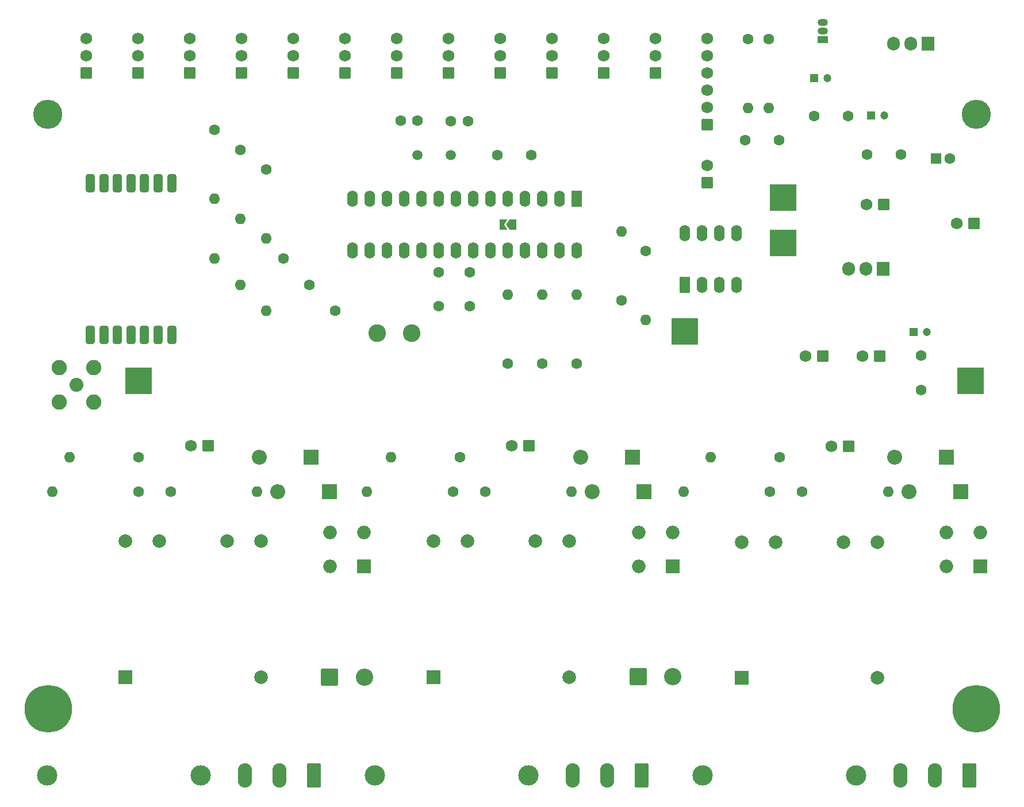
<source format=gbr>
%TF.GenerationSoftware,KiCad,Pcbnew,7.0.6*%
%TF.CreationDate,2023-07-26T00:16:48+02:00*%
%TF.ProjectId,3phaseDiverter-rounded,33706861-7365-4446-9976-65727465722d,2*%
%TF.SameCoordinates,Original*%
%TF.FileFunction,Soldermask,Bot*%
%TF.FilePolarity,Negative*%
%FSLAX46Y46*%
G04 Gerber Fmt 4.6, Leading zero omitted, Abs format (unit mm)*
G04 Created by KiCad (PCBNEW 7.0.6) date 2023-07-26 00:16:48*
%MOMM*%
%LPD*%
G01*
G04 APERTURE LIST*
G04 Aperture macros list*
%AMRoundRect*
0 Rectangle with rounded corners*
0 $1 Rounding radius*
0 $2 $3 $4 $5 $6 $7 $8 $9 X,Y pos of 4 corners*
0 Add a 4 corners polygon primitive as box body*
4,1,4,$2,$3,$4,$5,$6,$7,$8,$9,$2,$3,0*
0 Add four circle primitives for the rounded corners*
1,1,$1+$1,$2,$3*
1,1,$1+$1,$4,$5*
1,1,$1+$1,$6,$7*
1,1,$1+$1,$8,$9*
0 Add four rect primitives between the rounded corners*
20,1,$1+$1,$2,$3,$4,$5,0*
20,1,$1+$1,$4,$5,$6,$7,0*
20,1,$1+$1,$6,$7,$8,$9,0*
20,1,$1+$1,$8,$9,$2,$3,0*%
%AMFreePoly0*
4,1,6,1.000000,0.000000,0.500000,-0.750000,-0.500000,-0.750000,-0.500000,0.750000,0.500000,0.750000,1.000000,0.000000,1.000000,0.000000,$1*%
%AMFreePoly1*
4,1,6,0.500000,-0.750000,-0.650000,-0.750000,-0.150000,0.000000,-0.650000,0.750000,0.500000,0.750000,0.500000,-0.750000,0.500000,-0.750000,$1*%
G04 Aperture macros list end*
%ADD10C,3.000000*%
%ADD11RoundRect,0.250000X0.620000X-0.620000X0.620000X0.620000X-0.620000X0.620000X-0.620000X-0.620000X0*%
%ADD12C,1.740000*%
%ADD13C,1.600000*%
%ADD14R,4.000000X4.000000*%
%ADD15R,1.200000X1.200000*%
%ADD16C,1.200000*%
%ADD17O,1.600000X1.600000*%
%ADD18RoundRect,0.337500X-0.337500X1.012500X-0.337500X-1.012500X0.337500X-1.012500X0.337500X1.012500X0*%
%ADD19R,1.600000X2.400000*%
%ADD20O,1.600000X2.400000*%
%ADD21R,2.200000X2.200000*%
%ADD22O,2.200000X2.200000*%
%ADD23C,4.300000*%
%ADD24C,4.700000*%
%ADD25C,7.000000*%
%ADD26R,2.000000X2.000000*%
%ADD27O,2.000000X2.000000*%
%ADD28RoundRect,0.250000X0.620000X0.620000X-0.620000X0.620000X-0.620000X-0.620000X0.620000X-0.620000X0*%
%ADD29R,1.500000X1.050000*%
%ADD30O,1.500000X1.050000*%
%ADD31C,1.500000*%
%ADD32R,2.011600X2.011600*%
%ADD33C,2.011598*%
%ADD34R,1.905000X2.000000*%
%ADD35O,1.905000X2.000000*%
%ADD36RoundRect,0.249999X0.790001X1.550001X-0.790001X1.550001X-0.790001X-1.550001X0.790001X-1.550001X0*%
%ADD37O,2.080000X3.600000*%
%ADD38RoundRect,0.249999X-1.025001X-1.025001X1.025001X-1.025001X1.025001X1.025001X-1.025001X1.025001X0*%
%ADD39C,2.550000*%
%ADD40R,1.600000X1.600000*%
%ADD41C,2.600000*%
%ADD42C,2.050000*%
%ADD43C,2.250000*%
%ADD44FreePoly0,180.000000*%
%ADD45FreePoly1,180.000000*%
G04 APERTURE END LIST*
D10*
%TO.C,FS3*%
X115700000Y-130087500D03*
X138300000Y-130087500D03*
%TD*%
D11*
%TO.C,J0*%
X116318596Y-34163000D03*
D12*
X116318596Y-31623000D03*
X116318596Y-29083000D03*
X116318596Y-26543000D03*
X116318596Y-24003000D03*
X116318596Y-21463000D03*
%TD*%
D13*
%TO.C,C13*%
X76835000Y-55920000D03*
X76835000Y-60920000D03*
%TD*%
D14*
%TO.C,TP3*%
X127508000Y-51612800D03*
%TD*%
D15*
%TO.C,C2*%
X140443900Y-32809400D03*
D16*
X142443900Y-32809400D03*
%TD*%
D13*
%TO.C,R20*%
X92075000Y-69342000D03*
D17*
X92075000Y-59182000D03*
%TD*%
D11*
%TO.C,J4*%
X93464947Y-26543000D03*
D12*
X93464947Y-24003000D03*
X93464947Y-21463000D03*
%TD*%
D18*
%TO.C,RF1*%
X25496520Y-65151000D03*
X29497020Y-42799000D03*
X31496000Y-42799000D03*
X33494980Y-42799000D03*
X29497020Y-65151000D03*
X25496520Y-42799000D03*
X35493960Y-42799000D03*
X31496000Y-65151000D03*
X27498040Y-42799000D03*
X35493960Y-65151000D03*
X33494980Y-65151000D03*
X37495480Y-42799000D03*
X37495480Y-65151000D03*
X27498040Y-65151000D03*
%TD*%
D19*
%TO.C,IC1*%
X97154995Y-45085000D03*
D20*
X94614995Y-45085000D03*
X92074995Y-45085000D03*
X89534995Y-45085000D03*
X86994995Y-45085000D03*
X84454995Y-45085000D03*
X81914995Y-45085000D03*
X79374995Y-45085000D03*
X76834995Y-45085000D03*
X74294995Y-45085000D03*
X71754995Y-45085000D03*
X69214995Y-45085000D03*
X66674995Y-45085000D03*
X64134995Y-45085000D03*
X64134995Y-52705000D03*
X66674995Y-52705000D03*
X69214995Y-52705000D03*
X71754995Y-52705000D03*
X74294995Y-52705000D03*
X76834995Y-52705000D03*
X79374995Y-52705000D03*
X81914995Y-52705000D03*
X84454995Y-52705000D03*
X86994995Y-52705000D03*
X89534995Y-52705000D03*
X92074995Y-52705000D03*
X94614995Y-52705000D03*
X97154995Y-52705000D03*
%TD*%
D10*
%TO.C,FS1*%
X19180000Y-130087500D03*
X41780000Y-130087500D03*
%TD*%
D21*
%TO.C,D6*%
X151561800Y-83185000D03*
D22*
X143941800Y-83185000D03*
%TD*%
D23*
%TO.C,REF\u002A\u002A*%
X155956000Y-32613600D03*
%TD*%
D13*
%TO.C,R1*%
X125450600Y-21539200D03*
D17*
X125450600Y-31699200D03*
%TD*%
D24*
%TO.C,REF\u002A\u002A*%
X19304000Y-120243600D03*
D25*
X19304000Y-120243600D03*
%TD*%
D10*
%TO.C,FS2*%
X67440000Y-130087500D03*
X90040000Y-130087500D03*
%TD*%
D13*
%TO.C,R6*%
X78968600Y-88239600D03*
D17*
X66268600Y-88239600D03*
%TD*%
D11*
%TO.C,J6*%
X78229181Y-26543000D03*
D12*
X78229181Y-24003000D03*
X78229181Y-21463000D03*
%TD*%
D14*
%TO.C,TP0*%
X155168600Y-71907400D03*
%TD*%
D13*
%TO.C,C12*%
X147853400Y-68213600D03*
X147853400Y-73213600D03*
%TD*%
D26*
%TO.C,BR1*%
X65836800Y-99208600D03*
D27*
X65836800Y-94208600D03*
X60836800Y-94208600D03*
X60836800Y-99208600D03*
%TD*%
D28*
%TO.C,J15*%
X141782800Y-68263200D03*
D12*
X139242800Y-68263200D03*
%TD*%
D13*
%TO.C,R19*%
X86995000Y-69342000D03*
D17*
X86995000Y-59182000D03*
%TD*%
D29*
%TO.C,VR2*%
X133379800Y-21640800D03*
D30*
X133379800Y-20370800D03*
X133379800Y-19100800D03*
%TD*%
D13*
%TO.C,R7*%
X125552200Y-88239600D03*
D17*
X112852200Y-88239600D03*
%TD*%
D31*
%TO.C,X1*%
X78599200Y-38582600D03*
X73719200Y-38582600D03*
%TD*%
D13*
%TO.C,R10*%
X130302000Y-88265000D03*
D17*
X143002000Y-88265000D03*
%TD*%
D24*
%TO.C,REF\u002A\u002A*%
X155956000Y-120243600D03*
D25*
X155956000Y-120243600D03*
%TD*%
D23*
%TO.C,REF\u002A\u002A*%
X19253200Y-32613600D03*
%TD*%
D28*
%TO.C,CT2*%
X90144600Y-81491600D03*
D12*
X87604600Y-81491600D03*
%TD*%
D13*
%TO.C,R4*%
X127000000Y-83185000D03*
D17*
X116840000Y-83185000D03*
%TD*%
D32*
%TO.C,TXFR3*%
X121437400Y-115681801D03*
D33*
X141437401Y-115681801D03*
X141437401Y-95681800D03*
X136437401Y-95681800D03*
X126437400Y-95681800D03*
X121437400Y-95681800D03*
%TD*%
D11*
%TO.C,J11*%
X40139766Y-26543000D03*
D12*
X40139766Y-24003000D03*
X40139766Y-21463000D03*
%TD*%
D13*
%TO.C,R5*%
X32613600Y-88239600D03*
D17*
X19913600Y-88239600D03*
%TD*%
D34*
%TO.C,VR1*%
X148835700Y-22225000D03*
D35*
X146295700Y-22225000D03*
X143755700Y-22225000D03*
%TD*%
D13*
%TO.C,C6*%
X90409400Y-38582600D03*
X85409400Y-38582600D03*
%TD*%
D32*
%TO.C,TXFR2*%
X76073000Y-115562400D03*
D33*
X96073001Y-115562400D03*
X96073001Y-95562399D03*
X91073001Y-95562399D03*
X81073000Y-95562399D03*
X76073000Y-95562399D03*
%TD*%
D11*
%TO.C,J7*%
X70611298Y-26543000D03*
D12*
X70611298Y-24003000D03*
X70611298Y-21463000D03*
%TD*%
D21*
%TO.C,D2*%
X58013600Y-83159600D03*
D22*
X50393600Y-83159600D03*
%TD*%
D11*
%TO.C,J10*%
X47757649Y-26543000D03*
D12*
X47757649Y-24003000D03*
X47757649Y-21463000D03*
%TD*%
D14*
%TO.C,TP4*%
X32639000Y-71907400D03*
%TD*%
D36*
%TO.C,PWR1*%
X58420000Y-130087500D03*
D37*
X53340000Y-130087500D03*
X48260000Y-130087500D03*
%TD*%
D11*
%TO.C,J13*%
X24904000Y-26543000D03*
D12*
X24904000Y-24003000D03*
X24904000Y-21463000D03*
%TD*%
D13*
%TO.C,R17*%
X47625000Y-37846000D03*
D17*
X47625000Y-48006000D03*
%TD*%
D21*
%TO.C,D4*%
X105384600Y-83159600D03*
D22*
X97764600Y-83159600D03*
%TD*%
D13*
%TO.C,C7*%
X81407000Y-60920000D03*
X81407000Y-55920000D03*
%TD*%
%TO.C,R8*%
X37338000Y-88239600D03*
D17*
X50038000Y-88239600D03*
%TD*%
D11*
%TO.C,J9*%
X55375532Y-26543000D03*
D12*
X55375532Y-24003000D03*
X55375532Y-21463000D03*
%TD*%
D28*
%TO.C,J14*%
X133400800Y-68251200D03*
D12*
X130860800Y-68251200D03*
%TD*%
D15*
%TO.C,C11*%
X146728401Y-64668400D03*
D16*
X148728401Y-64668400D03*
%TD*%
D11*
%TO.C,J1*%
X116332000Y-42672000D03*
D12*
X116332000Y-40132000D03*
%TD*%
D13*
%TO.C,R18*%
X43815000Y-34925000D03*
D17*
X43815000Y-45085000D03*
%TD*%
D13*
%TO.C,R16*%
X51409600Y-40741600D03*
D17*
X51409600Y-50901600D03*
%TD*%
D34*
%TO.C,VR3*%
X142265400Y-55372000D03*
D35*
X139725400Y-55372000D03*
X137185400Y-55372000D03*
%TD*%
D36*
%TO.C,PWR2*%
X106680000Y-130087500D03*
D37*
X101600000Y-130087500D03*
X96520000Y-130087500D03*
%TD*%
D13*
%TO.C,C10*%
X71219200Y-33528000D03*
X73719200Y-33528000D03*
%TD*%
D14*
%TO.C,TP1*%
X113030000Y-64643000D03*
%TD*%
D36*
%TO.C,PWR3*%
X154940000Y-130087500D03*
D37*
X149860000Y-130087500D03*
X144780000Y-130087500D03*
%TD*%
D14*
%TO.C,TP2*%
X127508000Y-44907200D03*
%TD*%
D13*
%TO.C,R9*%
X83667600Y-88239600D03*
D17*
X96367600Y-88239600D03*
%TD*%
D11*
%TO.C,J2*%
X108700713Y-26543000D03*
D12*
X108700713Y-24003000D03*
X108700713Y-21463000D03*
%TD*%
D13*
%TO.C,R22*%
X122402600Y-21539200D03*
D17*
X122402600Y-31699200D03*
%TD*%
D21*
%TO.C,D5*%
X153670000Y-88265000D03*
D22*
X146050000Y-88265000D03*
%TD*%
D38*
%TO.C,JP2*%
X106195500Y-115519200D03*
D39*
X111300900Y-115519200D03*
%TD*%
D28*
%TO.C,J30*%
X142374200Y-45915800D03*
D12*
X139834200Y-45915800D03*
%TD*%
D21*
%TO.C,D1*%
X60706000Y-88239600D03*
D22*
X53086000Y-88239600D03*
%TD*%
D19*
%TO.C,IC2*%
X113030000Y-57775000D03*
D20*
X115570000Y-57775000D03*
X118110000Y-57775000D03*
X120650000Y-57775000D03*
X120650000Y-50155000D03*
X118110000Y-50155000D03*
X115570000Y-50155000D03*
X113030000Y-50155000D03*
%TD*%
D13*
%TO.C,C4*%
X139859600Y-38575200D03*
X144859600Y-38575200D03*
%TD*%
D28*
%TO.C,J20*%
X155625800Y-48666400D03*
D12*
X153085800Y-48666400D03*
%TD*%
D11*
%TO.C,J3*%
X101082830Y-26543000D03*
D12*
X101082830Y-24003000D03*
X101082830Y-21463000D03*
%TD*%
D28*
%TO.C,CT3*%
X137160000Y-81517000D03*
D12*
X134620000Y-81517000D03*
%TD*%
D13*
%TO.C,R14*%
X57785000Y-57734200D03*
D17*
X47625000Y-57734200D03*
%TD*%
D13*
%TO.C,R2*%
X32613600Y-83159600D03*
D17*
X22453600Y-83159600D03*
%TD*%
D40*
%TO.C,C1*%
X150073288Y-39141400D03*
D13*
X152073288Y-39141400D03*
%TD*%
D32*
%TO.C,TXFR1*%
X30690925Y-115562400D03*
D33*
X50690926Y-115562400D03*
X50690926Y-95562399D03*
X45690926Y-95562399D03*
X35690925Y-95562399D03*
X30690925Y-95562399D03*
%TD*%
D13*
%TO.C,R11*%
X103708200Y-60071000D03*
D17*
X103708200Y-49911000D03*
%TD*%
D11*
%TO.C,J5*%
X85847064Y-26543000D03*
D12*
X85847064Y-24003000D03*
X85847064Y-21463000D03*
%TD*%
D11*
%TO.C,J12*%
X32521883Y-26543000D03*
D12*
X32521883Y-24003000D03*
X32521883Y-21463000D03*
%TD*%
D13*
%TO.C,C5*%
X132080000Y-32867600D03*
X137080000Y-32867600D03*
%TD*%
D15*
%TO.C,C3*%
X132080000Y-27254200D03*
D16*
X134080000Y-27254200D03*
%TD*%
D26*
%TO.C,BR3*%
X156540200Y-99208600D03*
D27*
X156540200Y-94208600D03*
X151540200Y-94208600D03*
X151540200Y-99208600D03*
%TD*%
D41*
%TO.C,L1*%
X72794253Y-64897000D03*
X67794253Y-64897000D03*
%TD*%
D38*
%TO.C,JP1*%
X60754900Y-115562400D03*
D39*
X65860300Y-115562400D03*
%TD*%
D13*
%TO.C,R12*%
X107264200Y-52730400D03*
D17*
X107264200Y-62890400D03*
%TD*%
D11*
%TO.C,J8*%
X62993415Y-26543000D03*
D12*
X62993415Y-24003000D03*
X62993415Y-21463000D03*
%TD*%
D13*
%TO.C,R13*%
X61569600Y-61569600D03*
D17*
X51409600Y-61569600D03*
%TD*%
D13*
%TO.C,C9*%
X81099200Y-33604200D03*
X78599200Y-33604200D03*
%TD*%
D28*
%TO.C,CT1*%
X42849800Y-81491600D03*
D12*
X40309800Y-81491600D03*
%TD*%
D13*
%TO.C,C8*%
X126934600Y-36423600D03*
X121934600Y-36423600D03*
%TD*%
D26*
%TO.C,BR2*%
X111248200Y-99208600D03*
D27*
X111248200Y-94208600D03*
X106248200Y-94208600D03*
X106248200Y-99208600D03*
%TD*%
D42*
%TO.C,CN9*%
X23464520Y-72517000D03*
D43*
X20924520Y-69977000D03*
X20924520Y-75057000D03*
X26004520Y-69977000D03*
X26004520Y-75057000D03*
%TD*%
D13*
%TO.C,R3*%
X79984600Y-83159600D03*
D17*
X69824600Y-83159600D03*
%TD*%
D13*
%TO.C,R15*%
X53949600Y-53898800D03*
D17*
X43789600Y-53898800D03*
%TD*%
D21*
%TO.C,D3*%
X107035600Y-88239600D03*
D22*
X99415600Y-88239600D03*
%TD*%
D13*
%TO.C,R21*%
X97155000Y-69342000D03*
D17*
X97155000Y-59182000D03*
%TD*%
D44*
%TO.C,JP3*%
X87719995Y-48895000D03*
D45*
X86269995Y-48895000D03*
%TD*%
M02*

</source>
